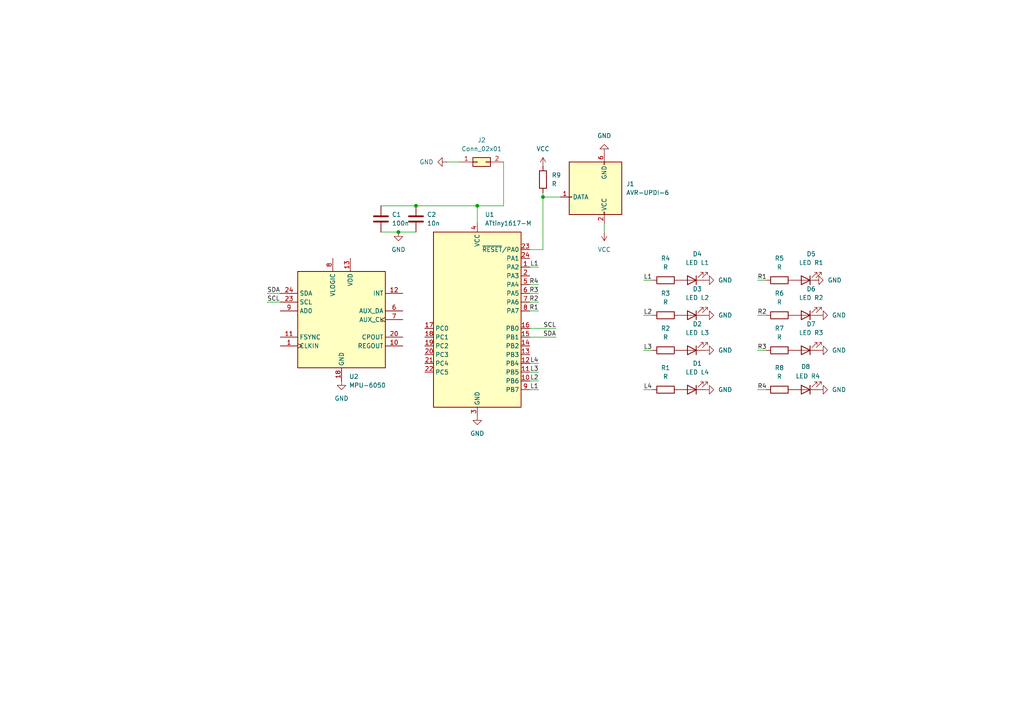
<source format=kicad_sch>
(kicad_sch (version 20231120) (generator "eeschema") (generator_version "8.0")
  (paper "A4")
  (lib_symbols
    (symbol "Connector:AVR-UPDI-6" (pin_names (offset 1.016))
      (property "Reference" "J" (at -6.35 8.89 0))
      (property "Value" "AVR-UPDI-6" (at 0 8.89 0))
      (symbol "AVR-UPDI-6_0_1"
        (rectangle (start -2.667 -6.858) (end -2.413 -7.62))
        (rectangle (start -2.667 7.62) (end -2.413 6.858))
        (rectangle (start 7.62 2.667) (end 6.858 2.413))
        (rectangle (start 7.62 7.62) (end -7.62 -7.62) (stroke (width 0.254)) (fill (type background)))
      )
      (symbol "AVR-UPDI-6_1_1"
        (pin passive line (at 10.16 2.54 180) (length 2.54) (name "DATA") (number "1"))
        (pin passive line (at -2.54 10.16 270) (length 2.54) (name "VCC") (number "2"))
        (pin no_connect line (at 7.62 0 180) (length 2.54) hide (name "NC") (number "3"))
        (pin no_connect line (at 7.62 -2.54 180) (length 2.54) hide (name "NC") (number "4"))
        (pin no_connect line (at 7.62 -5.08 180) (length 2.54) hide (name "NC") (number "5"))
        (pin passive line (at -2.54 -10.16 90) (length 2.54) (name "GND") (number "6"))
      )
    )
    (symbol "Connector_Generic:Conn_02x01" (pin_names (offset 1.016) hide)
      (property "Reference" "J" (at 1.27 2.54 0))
      (property "Value" "Conn_02x01" (at 1.27 -2.54 0))
      (symbol "Conn_02x01_1_1"
        (rectangle (start -1.27 0.127) (end 0 -0.127) (stroke (width 0.1524)))
        (rectangle (start -1.27 1.27) (end 3.81 -1.27) (stroke (width 0.254)) (fill (type background)))
        (rectangle (start 3.81 0.127) (end 2.54 -0.127) (stroke (width 0.1524)))
        (pin passive line (at -5.08 0 0) (length 3.81) (name "Pin_1") (number "1"))
        (pin passive line (at 7.62 0 180) (length 3.81) (name "Pin_2") (number "2"))
      )
    )
    (symbol "Device:C" (pin_numbers hide) (pin_names (offset 0.254))
      (property "Reference" "C" (at 0.635 2.54 0))
      (property "Value" "C" (at 0.635 -2.54 0))
      (symbol "C_0_1"
        (polyline (pts (xy -2.032 -0.762) (xy 2.032 -0.762)) (stroke (width 0.508)))
        (polyline (pts (xy -2.032 0.762) (xy 2.032 0.762)) (stroke (width 0.508)))
      )
      (symbol "C_1_1"
        (pin passive line (at 0 3.81 270) (length 2.794) (name "~") (number "1"))
        (pin passive line (at 0 -3.81 90) (length 2.794) (name "~") (number "2"))
      )
    )
    (symbol "Device:LED" (pin_numbers hide) (pin_names (offset 1.016) hide)
      (property "Reference" "D" (at 0 2.54 0))
      (property "Value" "LED" (at 0 -2.54 0))
      (symbol "LED_0_1"
        (polyline (pts (xy -1.27 -1.27) (xy -1.27 1.27)) (stroke (width 0.254)))
        (polyline (pts (xy -1.27 0) (xy 1.27 0)))
        (polyline (pts (xy 1.27 -1.27) (xy 1.27 1.27) (xy -1.27 0) (xy 1.27 -1.27)) (stroke (width 0.254)))
        (polyline (pts (xy -3.048 -0.762) (xy -4.572 -2.286) (xy -3.81 -2.286) (xy -4.572 -2.286) (xy -4.572 -1.524)))
        (polyline (pts (xy -1.778 -0.762) (xy -3.302 -2.286) (xy -2.54 -2.286) (xy -3.302 -2.286) (xy -3.302 -1.524)))
      )
      (symbol "LED_1_1"
        (pin passive line (at -3.81 0 0) (length 2.54) (name "K") (number "1"))
        (pin passive line (at 3.81 0 180) (length 2.54) (name "A") (number "2"))
      )
    )
    (symbol "Device:R" (pin_numbers hide) (pin_names (offset 0))
      (property "Reference" "R" (at 2.032 0 90))
      (property "Value" "R" (at 0 0 90))
      (symbol "R_0_1"
        (rectangle (start -1.016 -2.54) (end 1.016 2.54) (stroke (width 0.254)))
      )
      (symbol "R_1_1"
        (pin passive line (at 0 3.81 270) (length 1.27) (name "~") (number "1"))
        (pin passive line (at 0 -3.81 90) (length 1.27) (name "~") (number "2"))
      )
    )
    (symbol "MCU_Microchip_ATtiny:ATtiny1617-M"
      (property "Reference" "U" (at -12.7 26.67 0))
      (property "Value" "ATtiny1617-M" (at 2.54 -26.67 0))
      (symbol "ATtiny1617-M_0_1"
        (rectangle (start -12.7 -25.4) (end 12.7 25.4) (stroke (width 0.254)) (fill (type background)))
      )
      (symbol "ATtiny1617-M_1_1"
        (pin bidirectional line (at 15.24 15.24 180) (length 2.54) (name "PA2") (number "1"))
        (pin bidirectional line (at 15.24 -17.78 180) (length 2.54) (name "PB6") (number "10"))
        (pin bidirectional line (at 15.24 -15.24 180) (length 2.54) (name "PB5") (number "11"))
        (pin bidirectional line (at 15.24 -12.7 180) (length 2.54) (name "PB4") (number "12"))
        (pin bidirectional line (at 15.24 -10.16 180) (length 2.54) (name "PB3") (number "13"))
        (pin bidirectional line (at 15.24 -7.62 180) (length 2.54) (name "PB2") (number "14"))
        (pin bidirectional line (at 15.24 -5.08 180) (length 2.54) (name "PB1") (number "15"))
        (pin bidirectional line (at 15.24 -2.54 180) (length 2.54) (name "PB0") (number "16"))
        (pin bidirectional line (at -15.24 -2.54 0) (length 2.54) (name "PC0") (number "17"))
        (pin bidirectional line (at -15.24 -5.08 0) (length 2.54) (name "PC1") (number "18"))
        (pin bidirectional line (at -15.24 -7.62 0) (length 2.54) (name "PC2") (number "19"))
        (pin bidirectional line (at 15.24 12.7 180) (length 2.54) (name "PA3") (number "2"))
        (pin bidirectional line (at -15.24 -10.16 0) (length 2.54) (name "PC3") (number "20"))
        (pin bidirectional line (at -15.24 -12.7 0) (length 2.54) (name "PC4") (number "21"))
        (pin bidirectional line (at -15.24 -15.24 0) (length 2.54) (name "PC5") (number "22"))
        (pin bidirectional line (at 15.24 20.32 180) (length 2.54) (name "~{RESET}/PA0") (number "23"))
        (pin bidirectional line (at 15.24 17.78 180) (length 2.54) (name "PA1") (number "24"))
        (pin passive line (at 0 -27.94 90) (length 2.54) hide (name "GND") (number "25"))
        (pin power_in line (at 0 -27.94 90) (length 2.54) (name "GND") (number "3"))
        (pin power_in line (at 0 27.94 270) (length 2.54) (name "VCC") (number "4"))
        (pin bidirectional line (at 15.24 10.16 180) (length 2.54) (name "PA4") (number "5"))
        (pin bidirectional line (at 15.24 7.62 180) (length 2.54) (name "PA5") (number "6"))
        (pin bidirectional line (at 15.24 5.08 180) (length 2.54) (name "PA6") (number "7"))
        (pin bidirectional line (at 15.24 2.54 180) (length 2.54) (name "PA7") (number "8"))
        (pin bidirectional line (at 15.24 -20.32 180) (length 2.54) (name "PB7") (number "9"))
      )
    )
    (symbol "Sensor_Motion:MPU-6050"
      (property "Reference" "U" (at -11.43 13.97 0))
      (property "Value" "MPU-6050" (at 7.62 -15.24 0))
      (symbol "MPU-6050_0_0"
        (text "" (at 12.7 -2.54 0) (effects (font (size 1.27 1.27))))
      )
      (symbol "MPU-6050_0_1"
        (rectangle (start -12.7 13.97) (end 12.7 -13.97) (stroke (width 0.254)) (fill (type background)))
      )
      (symbol "MPU-6050_1_1"
        (pin input clock (at -17.78 -7.62 0) (length 5.08) (name "CLKIN") (number "1"))
        (pin passive line (at 17.78 -7.62 180) (length 5.08) (name "REGOUT") (number "10"))
        (pin input line (at -17.78 -5.08 0) (length 5.08) (name "FSYNC") (number "11"))
        (pin output line (at 17.78 7.62 180) (length 5.08) (name "INT") (number "12"))
        (pin power_in line (at 2.54 17.78 270) (length 3.81) (name "VDD") (number "13"))
        (pin no_connect line (at -12.7 -10.16 0) (length 2.54) hide (name "NC") (number "14"))
        (pin no_connect line (at 12.7 12.7 180) (length 2.54) hide (name "NC") (number "15"))
        (pin no_connect line (at 12.7 10.16 180) (length 2.54) hide (name "NC") (number "16"))
        (pin no_connect line (at 12.7 5.08 180) (length 2.54) hide (name "NC") (number "17"))
        (pin power_in line (at 0 -17.78 90) (length 3.81) (name "GND") (number "18"))
        (pin no_connect line (at 12.7 -10.16 180) (length 2.54) hide (name "RESV") (number "19"))
        (pin no_connect line (at -12.7 12.7 0) (length 2.54) hide (name "NC") (number "2"))
        (pin passive line (at 17.78 -5.08 180) (length 5.08) (name "CPOUT") (number "20"))
        (pin no_connect line (at 12.7 -2.54 180) (length 2.54) hide (name "RESV") (number "21"))
        (pin no_connect line (at 12.7 -12.7 180) (length 2.54) hide (name "RESV") (number "22"))
        (pin input line (at -17.78 5.08 0) (length 5.08) (name "SCL") (number "23"))
        (pin bidirectional line (at -17.78 7.62 0) (length 5.08) (name "SDA") (number "24"))
        (pin no_connect line (at -12.7 10.16 0) (length 2.54) hide (name "NC") (number "3"))
        (pin no_connect line (at -12.7 0 0) (length 2.54) hide (name "NC") (number "4"))
        (pin no_connect line (at -12.7 -2.54 0) (length 2.54) hide (name "NC") (number "5"))
        (pin bidirectional line (at 17.78 2.54 180) (length 5.08) (name "AUX_DA") (number "6"))
        (pin output clock (at 17.78 0 180) (length 5.08) (name "AUX_CL") (number "7"))
        (pin power_in line (at -2.54 17.78 270) (length 3.81) (name "VLOGIC") (number "8"))
        (pin input line (at -17.78 2.54 0) (length 5.08) (name "AD0") (number "9"))
      )
    )
    (symbol "power:GND" (power) (pin_numbers hide) (pin_names (offset 0) hide)
      (property "Value" "GND" (at 0 -3.81 0))
      (symbol "GND_0_1"
        (polyline (pts (xy 0 0) (xy 0 -1.27) (xy 1.27 -1.27) (xy 0 -2.54) (xy -1.27 -1.27) (xy 0 -1.27)))
      )
      (symbol "GND_1_1"
        (pin power_in line (at 0 0 270) (length 0) (name "~") (number "1"))
      )
    )
    (symbol "power:VCC" (power) (pin_numbers hide) (pin_names (offset 0) hide)
      (property "Value" "VCC" (at 0 3.556 0))
      (symbol "VCC_0_1"
        (polyline (pts (xy -0.762 1.27) (xy 0 2.54)))
        (polyline (pts (xy 0 0) (xy 0 2.54)))
        (polyline (pts (xy 0 2.54) (xy 0.762 1.27)))
      )
      (symbol "VCC_1_1"
        (pin power_in line (at 0 0 90) (length 0) (name "~") (number "1"))
      )
    )
  )
  (junction (at 138.43 59.69))
  (junction (at 115.57 67.31))
  (junction (at 157.48 57.15))
  (junction (at 120.65 59.69))
  (wire (pts (xy 153.67 110.49) (xy 156.21 110.49)))
  (wire (pts (xy 219.71 81.28) (xy 222.25 81.28)))
  (wire (pts (xy 153.67 90.17) (xy 156.21 90.17)))
  (wire (pts (xy 129.54 46.99) (xy 133.35 46.99)))
  (wire (pts (xy 138.43 59.69) (xy 138.43 64.77)))
  (wire (pts (xy 153.67 113.03) (xy 156.21 113.03)))
  (wire (pts (xy 77.47 85.09) (xy 81.28 85.09)))
  (wire (pts (xy 153.67 95.25) (xy 161.29 95.25)))
  (wire (pts (xy 175.26 64.77) (xy 175.26 67.31)))
  (wire (pts (xy 186.69 91.44) (xy 189.23 91.44)))
  (wire (pts (xy 186.69 113.03) (xy 189.23 113.03)))
  (wire (pts (xy 120.65 59.69) (xy 138.43 59.69)))
  (wire (pts (xy 219.71 113.03) (xy 222.25 113.03)))
  (wire (pts (xy 153.67 82.55) (xy 156.21 82.55)))
  (wire (pts (xy 153.67 87.63) (xy 156.21 87.63)))
  (wire (pts (xy 153.67 97.79) (xy 161.29 97.79)))
  (wire (pts (xy 153.67 85.09) (xy 156.21 85.09)))
  (wire (pts (xy 153.67 72.39) (xy 157.48 72.39)))
  (wire (pts (xy 186.69 81.28) (xy 189.23 81.28)))
  (wire (pts (xy 110.49 59.69) (xy 120.65 59.69)))
  (wire (pts (xy 146.05 59.69) (xy 138.43 59.69)))
  (wire (pts (xy 186.69 101.6) (xy 189.23 101.6)))
  (wire (pts (xy 146.05 46.99) (xy 146.05 59.69)))
  (wire (pts (xy 219.71 101.6) (xy 222.25 101.6)))
  (wire (pts (xy 153.67 77.47) (xy 156.21 77.47)))
  (wire (pts (xy 237.49 81.28) (xy 236.22 81.28)))
  (wire (pts (xy 157.48 55.88) (xy 157.48 57.15)))
  (wire (pts (xy 153.67 105.41) (xy 156.21 105.41)))
  (wire (pts (xy 115.57 67.31) (xy 120.65 67.31)))
  (wire (pts (xy 157.48 57.15) (xy 157.48 72.39)))
  (wire (pts (xy 77.47 87.63) (xy 81.28 87.63)))
  (wire (pts (xy 219.71 91.44) (xy 222.25 91.44)))
  (wire (pts (xy 153.67 107.95) (xy 156.21 107.95)))
  (wire (pts (xy 157.48 57.15) (xy 162.56 57.15)))
  (wire (pts (xy 115.57 67.31) (xy 110.49 67.31)))
  (label "L3" (at 186.69 101.6 0))
  (label "R1" (at 156.21 90.17 180))
  (label "SDA" (at 161.29 97.79 180))
  (label "L1" (at 186.69 81.28 0))
  (label "L2" (at 156.21 110.49 180))
  (label "SCL" (at 161.29 95.25 180))
  (label "L1" (at 156.21 77.47 180))
  (label "R2" (at 219.71 91.44 0))
  (label "SCL" (at 77.47 87.63 0))
  (label "L1" (at 156.21 113.03 180))
  (label "R3" (at 156.21 85.09 180))
  (label "R2" (at 156.21 87.63 180))
  (label "R3" (at 219.71 101.6 0))
  (label "L2" (at 186.69 91.44 0))
  (label "R4" (at 156.21 82.55 180))
  (label "L4" (at 156.21 105.41 180))
  (label "SDA" (at 77.47 85.09 0))
  (label "L3" (at 156.21 107.95 180))
  (label "R4" (at 219.71 113.03 0))
  (label "R1" (at 219.71 81.28 0))
  (label "L4" (at 186.69 113.03 0))
  (symbol (lib_id "Connector_Generic:Conn_02x01") (at 138.43 46.99 0) (unit 1)
    (property "Reference" "J2" (at 139.7 40.64 0))
    (property "Value" "Conn_02x01" (at 139.7 43.18 0))
    (property "Footprint" "Connector_PinHeader_2.54mm:PinHeader_1x02_P2.54mm_Vertical" (effects (hide yes)))
    (property "Description" "Generic connector, double row, 02x01, this symbol is compatible with counter-clockwise, top-bottom and odd-even numbering schemes., script generated (kicad-library-utils/schlib/autogen/connector/)" (effects (hide yes)))
  )
  (symbol (lib_id "Device:LED") (at 200.66 91.44 180) (unit 1)
    (property "Reference" "D3" (at 202.2475 83.82 0))
    (property "Value" "LED L2" (at 202.2475 86.36 0))
    (property "Footprint" "LED_SMD:LED_0603_1608Metric" (effects (hide yes)))
    (property "Description" "Light emitting diode" (effects (hide yes)))
  )
  (symbol (lib_id "Device:R") (at 193.04 101.6 90) (unit 1)
    (property "Reference" "R2" (at 193.04 95.25 90))
    (property "Value" "R" (at 193.04 97.79 90))
    (property "Footprint" "Resistor_SMD:R_0603_1608Metric" (effects (hide yes)))
    (property "Description" "Resistor" (effects (hide yes)))
  )
  (symbol (lib_id "power:GND") (at 204.47 81.28 90) (unit 1)
    (property "Reference" "#PWR06" (effects (hide yes)))
    (property "Value" "GND" (at 208.28 81.2799 90) (effects (justify right)))
    (property "Description" "Power symbol creates a global label with name \"GND\" , ground" (effects (hide yes)))
  )
  (symbol (lib_id "Connector:AVR-UPDI-6") (at 172.72 54.61 180) (unit 1)
    (property "Reference" "J1" (at 181.61 53.3399 0) (effects (justify right)))
    (property "Value" "AVR-UPDI-6" (at 181.61 55.8799 0) (effects (justify right)))
    (property "Footprint" "Connector_PinHeader_2.54mm:PinHeader_2x03_P2.54mm_Vertical_SMD" (effects (hide yes)))
    (property "Datasheet" "https://www.microchip.com/webdoc/GUID-9D10622A-5C16-4405-B092-1BDD437B4976/index.html?GUID-9B349315-2842-4189-B88C-49F4E1055D7F" (effects (hide yes)))
    (property "Description" "Atmel 6-pin UPDI connector" (effects (hide yes)))
  )
  (symbol (lib_id "Device:R") (at 226.06 91.44 90) (unit 1)
    (property "Reference" "R6" (at 226.06 85.09 90))
    (property "Value" "R" (at 226.06 87.63 90))
    (property "Footprint" "Resistor_SMD:R_0603_1608Metric" (effects (hide yes)))
    (property "Description" "Resistor" (effects (hide yes)))
  )
  (symbol (lib_id "power:GND") (at 236.22 81.28 90) (unit 1)
    (property "Reference" "#PWR07" (effects (hide yes)))
    (property "Value" "GND" (at 240.03 81.2799 90) (effects (justify right)))
    (property "Description" "Power symbol creates a global label with name \"GND\" , ground" (effects (hide yes)))
  )
  (symbol (lib_id "power:GND") (at 99.06 110.49 0) (unit 1)
    (property "Reference" "#PWR02" (effects (hide yes)))
    (property "Value" "GND" (at 99.06 115.57 0))
    (property "Description" "Power symbol creates a global label with name \"GND\" , ground" (effects (hide yes)))
  )
  (symbol (lib_id "power:VCC") (at 157.48 48.26 0) (unit 1)
    (property "Reference" "#PWR013" (effects (hide yes)))
    (property "Value" "VCC" (at 157.48 43.18 0))
    (property "Description" "Power symbol creates a global label with name \"VCC\"" (effects (hide yes)))
  )
  (symbol (lib_id "power:GND") (at 237.49 113.03 90) (unit 1)
    (property "Reference" "#PWR010" (effects (hide yes)))
    (property "Value" "GND" (at 241.3 113.0299 90) (effects (justify right)))
    (property "Description" "Power symbol creates a global label with name \"GND\" , ground" (effects (hide yes)))
  )
  (symbol (lib_id "Device:LED") (at 200.66 113.03 180) (unit 1)
    (property "Reference" "D1" (at 202.2475 105.41 0))
    (property "Value" "LED L4" (at 202.2475 107.95 0))
    (property "Footprint" "LED_SMD:LED_0603_1608Metric" (effects (hide yes)))
    (property "Description" "Light emitting diode" (effects (hide yes)))
  )
  (symbol (lib_id "Sensor_Motion:MPU-6050") (at 99.06 92.71 0) (unit 1)
    (property "Reference" "U2" (at 101.2541 109.22 0) (effects (justify left)))
    (property "Value" "MPU-6050" (at 101.2541 111.76 0) (effects (justify left)))
    (property "Footprint" "Sensor_Motion:InvenSense_QFN-24_4x4mm_P0.5mm" (effects (hide yes)))
    (property "Datasheet" "https://invensense.tdk.com/wp-content/uploads/2015/02/MPU-6000-Datasheet1.pdf" (effects (hide yes)))
    (property "Description" "InvenSense 6-Axis Motion Sensor, Gyroscope, Accelerometer, I2C" (effects (hide yes)))
  )
  (symbol (lib_id "Device:LED") (at 233.68 91.44 180) (unit 1)
    (property "Reference" "D6" (at 235.2675 83.82 0))
    (property "Value" "LED R2" (at 235.2675 86.36 0))
    (property "Footprint" "LED_SMD:LED_0603_1608Metric" (effects (hide yes)))
    (property "Description" "Light emitting diode" (effects (hide yes)))
  )
  (symbol (lib_id "Device:C") (at 110.49 63.5 0) (unit 1)
    (property "Reference" "C1" (at 113.665 62.23 0) (effects (justify left)))
    (property "Value" "100n" (at 113.665 64.77 0) (effects (justify left)))
    (property "Footprint" "Capacitor_SMD:C_0603_1608Metric" (effects (hide yes)))
  )
  (symbol (lib_id "Device:LED") (at 233.68 101.6 180) (unit 1)
    (property "Reference" "D7" (at 235.2675 93.98 0))
    (property "Value" "LED R3" (at 235.2675 96.52 0))
    (property "Footprint" "LED_SMD:LED_0603_1608Metric" (effects (hide yes)))
    (property "Description" "Light emitting diode" (effects (hide yes)))
  )
  (symbol (lib_id "power:GND") (at 138.43 120.65 0) (unit 1)
    (property "Reference" "#PWR01" (effects (hide yes)))
    (property "Value" "GND" (at 138.43 125.73 0))
    (property "Description" "Power symbol creates a global label with name \"GND\" , ground" (effects (hide yes)))
  )
  (symbol (lib_id "power:GND") (at 175.26 44.45 180) (unit 1)
    (property "Reference" "#PWR012" (effects (hide yes)))
    (property "Value" "GND" (at 175.26 39.37 0))
    (property "Description" "Power symbol creates a global label with name \"GND\" , ground" (effects (hide yes)))
  )
  (symbol (lib_id "power:GND") (at 129.54 46.99 270) (unit 1)
    (property "Reference" "#PWR014" (effects (hide yes)))
    (property "Value" "GND" (at 125.73 46.9899 90) (effects (justify right)))
    (property "Description" "Power symbol creates a global label with name \"GND\" , ground" (effects (hide yes)))
  )
  (symbol (lib_id "power:VCC") (at 175.26 67.31 180) (unit 1)
    (property "Reference" "#PWR011" (effects (hide yes)))
    (property "Value" "VCC" (at 175.26 72.39 0))
    (property "Description" "Power symbol creates a global label with name \"VCC\"" (effects (hide yes)))
  )
  (symbol (lib_id "Device:C") (at 120.65 63.5 0) (unit 1)
    (property "Reference" "C2" (at 123.825 62.23 0) (effects (justify left)))
    (property "Value" "10n" (at 123.825 64.77 0) (effects (justify left)))
    (property "Footprint" "Capacitor_SMD:C_0603_1608Metric" (effects (hide yes)))
  )
  (symbol (lib_id "Device:LED") (at 233.68 113.03 180) (unit 1)
    (property "Reference" "D8" (at 233.68 106.3625 0))
    (property "Value" "LED R4" (at 234.315 109.093 0))
    (property "Footprint" "LED_SMD:LED_0603_1608Metric" (effects (hide yes)))
    (property "Description" "Light emitting diode" (effects (hide yes)))
  )
  (symbol (lib_id "Device:R") (at 193.04 81.28 90) (unit 1)
    (property "Reference" "R4" (at 193.04 74.93 90))
    (property "Value" "R" (at 193.04 77.47 90))
    (property "Footprint" "Resistor_SMD:R_0603_1608Metric" (effects (hide yes)))
    (property "Description" "Resistor" (effects (hide yes)))
  )
  (symbol (lib_id "Device:LED") (at 233.68 81.28 180) (unit 1)
    (property "Reference" "D5" (at 235.2675 73.66 0))
    (property "Value" "LED R1" (at 235.2675 76.2 0))
    (property "Footprint" "LED_SMD:LED_0603_1608Metric" (effects (hide yes)))
    (property "Description" "Light emitting diode" (effects (hide yes)))
  )
  (symbol (lib_id "Device:R") (at 157.48 52.07 0) (unit 1)
    (property "Reference" "R9" (at 160.02 50.7999 0) (effects (justify left)))
    (property "Value" "R" (at 160.02 53.3399 0) (effects (justify left)))
    (property "Footprint" "Resistor_SMD:R_0603_1608Metric" (effects (hide yes)))
    (property "Description" "Resistor" (effects (hide yes)))
  )
  (symbol (lib_id "Device:R") (at 226.06 81.28 90) (unit 1)
    (property "Reference" "R5" (at 226.06 74.93 90))
    (property "Value" "R" (at 226.06 77.47 90))
    (property "Footprint" "Resistor_SMD:R_0603_1608Metric" (effects (hide yes)))
    (property "Description" "Resistor" (effects (hide yes)))
  )
  (symbol (lib_id "Device:R") (at 226.06 101.6 90) (unit 1)
    (property "Reference" "R7" (at 226.06 95.25 90))
    (property "Value" "R" (at 226.06 97.79 90))
    (property "Footprint" "Resistor_SMD:R_0603_1608Metric" (effects (hide yes)))
    (property "Description" "Resistor" (effects (hide yes)))
  )
  (symbol (lib_id "Device:R") (at 193.04 91.44 90) (unit 1)
    (property "Reference" "R3" (at 193.04 85.09 90))
    (property "Value" "R" (at 193.04 87.63 90))
    (property "Footprint" "Resistor_SMD:R_0603_1608Metric" (effects (hide yes)))
    (property "Description" "Resistor" (effects (hide yes)))
  )
  (symbol (lib_id "power:GND") (at 204.47 113.03 90) (unit 1)
    (property "Reference" "#PWR03" (effects (hide yes)))
    (property "Value" "GND" (at 208.28 113.0299 90) (effects (justify right)))
    (property "Description" "Power symbol creates a global label with name \"GND\" , ground" (effects (hide yes)))
  )
  (symbol (lib_id "power:GND") (at 204.47 91.44 90) (unit 1)
    (property "Reference" "#PWR05" (effects (hide yes)))
    (property "Value" "GND" (at 208.28 91.4399 90) (effects (justify right)))
    (property "Description" "Power symbol creates a global label with name \"GND\" , ground" (effects (hide yes)))
  )
  (symbol (lib_id "power:GND") (at 237.49 101.6 90) (unit 1)
    (property "Reference" "#PWR09" (effects (hide yes)))
    (property "Value" "GND" (at 241.3 101.5999 90) (effects (justify right)))
    (property "Description" "Power symbol creates a global label with name \"GND\" , ground" (effects (hide yes)))
  )
  (symbol (lib_id "Device:R") (at 193.04 113.03 90) (unit 1)
    (property "Reference" "R1" (at 193.04 106.68 90))
    (property "Value" "R" (at 193.04 109.22 90))
    (property "Footprint" "Resistor_SMD:R_0603_1608Metric" (effects (hide yes)))
    (property "Description" "Resistor" (effects (hide yes)))
  )
  (symbol (lib_id "Device:LED") (at 200.66 101.6 180) (unit 1)
    (property "Reference" "D2" (at 202.2475 93.98 0))
    (property "Value" "LED L3" (at 202.2475 96.52 0))
    (property "Footprint" "LED_SMD:LED_0603_1608Metric" (effects (hide yes)))
    (property "Description" "Light emitting diode" (effects (hide yes)))
  )
  (symbol (lib_id "MCU_Microchip_ATtiny:ATtiny1617-M") (at 138.43 92.71 0) (unit 1)
    (property "Reference" "U1" (at 140.6241 62.23 0) (effects (justify left)))
    (property "Value" "ATtiny1617-M" (at 140.6241 64.77 0) (effects (justify left)))
    (property "Footprint" "Package_DFN_QFN:QFN-24-1EP_4x4mm_P0.5mm_EP2.6x2.6mm" (effects (hide yes)))
    (property "Datasheet" "http://ww1.microchip.com/downloads/en/DeviceDoc/ATtiny3217_1617-Data-Sheet-40001999B.pdf" (effects (hide yes)))
    (property "Description" "20MHz, 16kB Flash, 2kB SRAM, 256B EEPROM, VQFN-24" (effects (hide yes)))
  )
  (symbol (lib_id "power:GND") (at 115.57 67.31 0) (unit 1)
    (property "Reference" "#PWR015" (effects (hide yes)))
    (property "Value" "GND" (at 115.57 72.39 0))
  )
  (symbol (lib_id "power:GND") (at 237.49 91.44 90) (unit 1)
    (property "Reference" "#PWR08" (effects (hide yes)))
    (property "Value" "GND" (at 241.3 91.4399 90) (effects (justify right)))
    (property "Description" "Power symbol creates a global label with name \"GND\" , ground" (effects (hide yes)))
  )
  (symbol (lib_id "Device:LED") (at 200.66 81.28 180) (unit 1)
    (property "Reference" "D4" (at 202.2475 73.66 0))
    (property "Value" "LED L1" (at 202.2475 76.2 0))
    (property "Footprint" "LED_SMD:LED_0603_1608Metric" (effects (hide yes)))
    (property "Description" "Light emitting diode" (effects (hide yes)))
  )
  (symbol (lib_id "Device:R") (at 226.06 113.03 90) (unit 1)
    (property "Reference" "R8" (at 226.06 106.68 90))
    (property "Value" "R" (at 226.06 109.22 90))
    (property "Footprint" "Resistor_SMD:R_0603_1608Metric" (effects (hide yes)))
    (property "Description" "Resistor" (effects (hide yes)))
  )
  (symbol (lib_id "power:GND") (at 204.47 101.6 90) (unit 1)
    (property "Reference" "#PWR04" (effects (hide yes)))
    (property "Value" "GND" (at 208.28 101.5999 90) (effects (justify right)))
    (property "Description" "Power symbol creates a global label with name \"GND\" , ground" (effects (hide yes)))
  )
)
</source>
